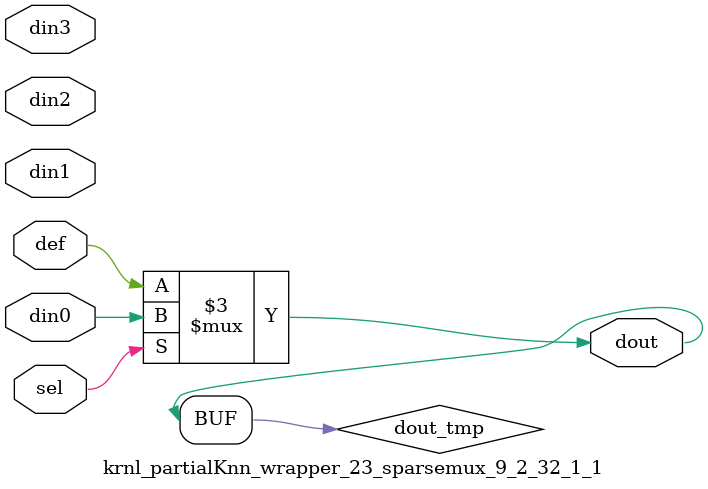
<source format=v>
`timescale 1ns / 1ps

module krnl_partialKnn_wrapper_23_sparsemux_9_2_32_1_1 (din0,din1,din2,din3,def,sel,dout);

parameter din0_WIDTH = 1;

parameter din1_WIDTH = 1;

parameter din2_WIDTH = 1;

parameter din3_WIDTH = 1;

parameter def_WIDTH = 1;
parameter sel_WIDTH = 1;
parameter dout_WIDTH = 1;

parameter [sel_WIDTH-1:0] CASE0 = 1;

parameter [sel_WIDTH-1:0] CASE1 = 1;

parameter [sel_WIDTH-1:0] CASE2 = 1;

parameter [sel_WIDTH-1:0] CASE3 = 1;

parameter ID = 1;
parameter NUM_STAGE = 1;



input [din0_WIDTH-1:0] din0;

input [din1_WIDTH-1:0] din1;

input [din2_WIDTH-1:0] din2;

input [din3_WIDTH-1:0] din3;

input [def_WIDTH-1:0] def;
input [sel_WIDTH-1:0] sel;

output [dout_WIDTH-1:0] dout;



reg [dout_WIDTH-1:0] dout_tmp;

always @ (*) begin
case (sel)
    
    CASE0 : dout_tmp = din0;
    
    CASE1 : dout_tmp = din1;
    
    CASE2 : dout_tmp = din2;
    
    CASE3 : dout_tmp = din3;
    
    default : dout_tmp = def;
endcase
end


assign dout = dout_tmp;



endmodule

</source>
